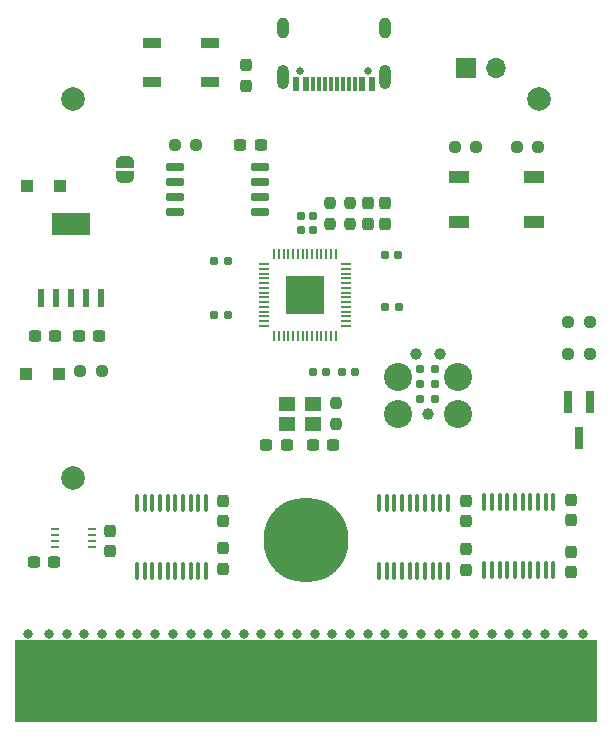
<source format=gts>
G04 #@! TF.GenerationSoftware,KiCad,Pcbnew,(7.0.0)*
G04 #@! TF.CreationDate,2023-11-11T15:55:20+01:00*
G04 #@! TF.ProjectId,GameboyCartridgeV1.1,47616d65-626f-4794-9361-727472696467,rev?*
G04 #@! TF.SameCoordinates,Original*
G04 #@! TF.FileFunction,Soldermask,Top*
G04 #@! TF.FilePolarity,Negative*
%FSLAX46Y46*%
G04 Gerber Fmt 4.6, Leading zero omitted, Abs format (unit mm)*
G04 Created by KiCad (PCBNEW (7.0.0)) date 2023-11-11 15:55:20*
%MOMM*%
%LPD*%
G01*
G04 APERTURE LIST*
G04 Aperture macros list*
%AMRoundRect*
0 Rectangle with rounded corners*
0 $1 Rounding radius*
0 $2 $3 $4 $5 $6 $7 $8 $9 X,Y pos of 4 corners*
0 Add a 4 corners polygon primitive as box body*
4,1,4,$2,$3,$4,$5,$6,$7,$8,$9,$2,$3,0*
0 Add four circle primitives for the rounded corners*
1,1,$1+$1,$2,$3*
1,1,$1+$1,$4,$5*
1,1,$1+$1,$6,$7*
1,1,$1+$1,$8,$9*
0 Add four rect primitives between the rounded corners*
20,1,$1+$1,$2,$3,$4,$5,0*
20,1,$1+$1,$4,$5,$6,$7,0*
20,1,$1+$1,$6,$7,$8,$9,0*
20,1,$1+$1,$8,$9,$2,$3,0*%
%AMFreePoly0*
4,1,19,0.500000,-0.750000,0.000000,-0.750000,0.000000,-0.744911,-0.071157,-0.744911,-0.207708,-0.704816,-0.327430,-0.627875,-0.420627,-0.520320,-0.479746,-0.390866,-0.500000,-0.250000,-0.500000,0.250000,-0.479746,0.390866,-0.420627,0.520320,-0.327430,0.627875,-0.207708,0.704816,-0.071157,0.744911,0.000000,0.744911,0.000000,0.750000,0.500000,0.750000,0.500000,-0.750000,0.500000,-0.750000,
$1*%
%AMFreePoly1*
4,1,19,0.000000,0.744911,0.071157,0.744911,0.207708,0.704816,0.327430,0.627875,0.420627,0.520320,0.479746,0.390866,0.500000,0.250000,0.500000,-0.250000,0.479746,-0.390866,0.420627,-0.520320,0.327430,-0.627875,0.207708,-0.704816,0.071157,-0.744911,0.000000,-0.744911,0.000000,-0.750000,-0.500000,-0.750000,-0.500000,0.750000,0.000000,0.750000,0.000000,0.744911,0.000000,0.744911,
$1*%
G04 Aperture macros list end*
%ADD10C,0.650000*%
%ADD11R,0.600000X1.150000*%
%ADD12R,0.300000X1.150000*%
%ADD13O,1.000000X2.100000*%
%ADD14O,1.000000X1.800000*%
%ADD15RoundRect,0.155000X-0.212500X-0.155000X0.212500X-0.155000X0.212500X0.155000X-0.212500X0.155000X0*%
%ADD16RoundRect,0.237500X-0.237500X0.300000X-0.237500X-0.300000X0.237500X-0.300000X0.237500X0.300000X0*%
%ADD17RoundRect,0.237500X0.237500X-0.250000X0.237500X0.250000X-0.237500X0.250000X-0.237500X-0.250000X0*%
%ADD18RoundRect,0.237500X-0.237500X0.250000X-0.237500X-0.250000X0.237500X-0.250000X0.237500X0.250000X0*%
%ADD19RoundRect,0.155000X-0.155000X0.212500X-0.155000X-0.212500X0.155000X-0.212500X0.155000X0.212500X0*%
%ADD20RoundRect,0.155000X0.212500X0.155000X-0.212500X0.155000X-0.212500X-0.155000X0.212500X-0.155000X0*%
%ADD21C,0.800000*%
%ADD22R,1.700000X1.000000*%
%ADD23RoundRect,0.237500X0.250000X0.237500X-0.250000X0.237500X-0.250000X-0.237500X0.250000X-0.237500X0*%
%ADD24R,0.609600X1.625600*%
%ADD25R,3.175000X1.854200*%
%ADD26RoundRect,0.237500X-0.300000X-0.237500X0.300000X-0.237500X0.300000X0.237500X-0.300000X0.237500X0*%
%ADD27C,2.374900*%
%ADD28C,0.990600*%
%ADD29C,0.787400*%
%ADD30C,2.000000*%
%ADD31RoundRect,0.237500X0.237500X-0.300000X0.237500X0.300000X-0.237500X0.300000X-0.237500X-0.300000X0*%
%ADD32C,7.200000*%
%ADD33RoundRect,0.050000X-0.387500X-0.050000X0.387500X-0.050000X0.387500X0.050000X-0.387500X0.050000X0*%
%ADD34RoundRect,0.050000X-0.050000X-0.387500X0.050000X-0.387500X0.050000X0.387500X-0.050000X0.387500X0*%
%ADD35R,3.200000X3.200000*%
%ADD36R,1.700000X1.700000*%
%ADD37O,1.700000X1.700000*%
%ADD38R,1.400000X1.200000*%
%ADD39RoundRect,0.237500X0.300000X0.237500X-0.300000X0.237500X-0.300000X-0.237500X0.300000X-0.237500X0*%
%ADD40RoundRect,0.237500X-0.250000X-0.237500X0.250000X-0.237500X0.250000X0.237500X-0.250000X0.237500X0*%
%ADD41R,1.500000X0.900000*%
%ADD42RoundRect,0.100000X-0.100000X0.637500X-0.100000X-0.637500X0.100000X-0.637500X0.100000X0.637500X0*%
%ADD43FreePoly0,90.000000*%
%ADD44FreePoly1,90.000000*%
%ADD45RoundRect,0.150000X-0.650000X-0.150000X0.650000X-0.150000X0.650000X0.150000X-0.650000X0.150000X0*%
%ADD46RoundRect,0.250000X-0.300000X-0.300000X0.300000X-0.300000X0.300000X0.300000X-0.300000X0.300000X0*%
%ADD47R,0.800000X1.900000*%
%ADD48RoundRect,0.250000X0.300000X0.300000X-0.300000X0.300000X-0.300000X-0.300000X0.300000X-0.300000X0*%
%ADD49R,0.750000X0.250000*%
G04 APERTURE END LIST*
G36*
X136416962Y-116783715D02*
G01*
X87116962Y-116783715D01*
X87116962Y-109783715D01*
X136416962Y-109783715D01*
X136416962Y-116783715D01*
G37*
D10*
X117050000Y-61665000D03*
X111270000Y-61665000D03*
D11*
X117359999Y-62739999D03*
X116559999Y-62739999D03*
D12*
X115409999Y-62739999D03*
X114409999Y-62739999D03*
X113909999Y-62739999D03*
X112909999Y-62739999D03*
D11*
X111759999Y-62739999D03*
X110959999Y-62739999D03*
X110959999Y-62739999D03*
X111759999Y-62739999D03*
D12*
X112409999Y-62739999D03*
X113409999Y-62739999D03*
X114909999Y-62739999D03*
X115909999Y-62739999D03*
D11*
X116559999Y-62739999D03*
X117359999Y-62739999D03*
D13*
X118479999Y-62164999D03*
D14*
X118479999Y-57984999D03*
D13*
X109839999Y-62164999D03*
D14*
X109839999Y-57984999D03*
D15*
X104032500Y-82300000D03*
X105167500Y-82300000D03*
D16*
X134200000Y-97937500D03*
X134200000Y-99662500D03*
D17*
X115500000Y-74612500D03*
X115500000Y-72787500D03*
D18*
X114300000Y-89737500D03*
X114300000Y-91562500D03*
D19*
X111400000Y-73932500D03*
X111400000Y-75067500D03*
X112400000Y-73932500D03*
X112400000Y-75067500D03*
D20*
X115967500Y-87100000D03*
X114832500Y-87100000D03*
D21*
X88266962Y-109283715D03*
X90016962Y-109283715D03*
X91516962Y-109283715D03*
X93016962Y-109283715D03*
X94516962Y-109283715D03*
X96016962Y-109283715D03*
X97516962Y-109283715D03*
X99016962Y-109283715D03*
X100516962Y-109283715D03*
X102016962Y-109283715D03*
X103516962Y-109283715D03*
X105016962Y-109283715D03*
X106516962Y-109283715D03*
X108016962Y-109283715D03*
X109516962Y-109283715D03*
X111016962Y-109283715D03*
X112516962Y-109283715D03*
X114016962Y-109283715D03*
X115516962Y-109283715D03*
X117016962Y-109283715D03*
X118516962Y-109283715D03*
X120016962Y-109283715D03*
X121516962Y-109283715D03*
X123016962Y-109283715D03*
X124516962Y-109283715D03*
X126016962Y-109283715D03*
X127516962Y-109283715D03*
X129016962Y-109283715D03*
X130516962Y-109283715D03*
X132016962Y-109283715D03*
X133516962Y-109283715D03*
X135266962Y-109283715D03*
D20*
X119627500Y-81600000D03*
X118492500Y-81600000D03*
D22*
X124759999Y-70649999D03*
X131059999Y-70649999D03*
X124759999Y-74449999D03*
X131059999Y-74449999D03*
D23*
X135812500Y-85600000D03*
X133987500Y-85600000D03*
D24*
X89359999Y-80873799D03*
X90629999Y-80873799D03*
X91899999Y-80873799D03*
X93169999Y-80873799D03*
X94439999Y-80873799D03*
D25*
X91899999Y-74599999D03*
D26*
X108437500Y-93300000D03*
X110162500Y-93300000D03*
D16*
X104800000Y-98037500D03*
X104800000Y-99762500D03*
D27*
X119560000Y-90690000D03*
D28*
X122100000Y-90690000D03*
D27*
X124640000Y-90690000D03*
X119560000Y-87515000D03*
X124640000Y-87515000D03*
D28*
X121084000Y-85610000D03*
X123116000Y-85610000D03*
D29*
X122735000Y-89420000D03*
X121465000Y-89420000D03*
X122735000Y-88150000D03*
X121465000Y-88150000D03*
X122735000Y-86880000D03*
X121465000Y-86880000D03*
D30*
X92100000Y-96100000D03*
D26*
X112387500Y-93300000D03*
X114112500Y-93300000D03*
D31*
X134200000Y-104062500D03*
X134200000Y-102337500D03*
X95200000Y-102312500D03*
X95200000Y-100587500D03*
X104800000Y-103762500D03*
X104800000Y-102037500D03*
D32*
X111770000Y-101359673D03*
D33*
X108262500Y-78000000D03*
X108262500Y-78400000D03*
X108262500Y-78800000D03*
X108262500Y-79200000D03*
X108262500Y-79600000D03*
X108262500Y-80000000D03*
X108262500Y-80400000D03*
X108262500Y-80800000D03*
X108262500Y-81200000D03*
X108262500Y-81600000D03*
X108262500Y-82000000D03*
X108262500Y-82400000D03*
X108262500Y-82800000D03*
X108262500Y-83200000D03*
D34*
X109100000Y-84037500D03*
X109500000Y-84037500D03*
X109900000Y-84037500D03*
X110300000Y-84037500D03*
X110700000Y-84037500D03*
X111100000Y-84037500D03*
X111500000Y-84037500D03*
X111900000Y-84037500D03*
X112300000Y-84037500D03*
X112700000Y-84037500D03*
X113100000Y-84037500D03*
X113500000Y-84037500D03*
X113900000Y-84037500D03*
X114300000Y-84037500D03*
D33*
X115137500Y-83200000D03*
X115137500Y-82800000D03*
X115137500Y-82400000D03*
X115137500Y-82000000D03*
X115137500Y-81600000D03*
X115137500Y-81200000D03*
X115137500Y-80800000D03*
X115137500Y-80400000D03*
X115137500Y-80000000D03*
X115137500Y-79600000D03*
X115137500Y-79200000D03*
X115137500Y-78800000D03*
X115137500Y-78400000D03*
X115137500Y-78000000D03*
D34*
X114300000Y-77162500D03*
X113900000Y-77162500D03*
X113500000Y-77162500D03*
X113100000Y-77162500D03*
X112700000Y-77162500D03*
X112300000Y-77162500D03*
X111900000Y-77162500D03*
X111500000Y-77162500D03*
X111100000Y-77162500D03*
X110700000Y-77162500D03*
X110300000Y-77162500D03*
X109900000Y-77162500D03*
X109500000Y-77162500D03*
X109100000Y-77162500D03*
D35*
X111699999Y-80599999D03*
D15*
X104032500Y-77700000D03*
X105167500Y-77700000D03*
D30*
X92100000Y-64000000D03*
D36*
X125344999Y-61374999D03*
D37*
X127884999Y-61374999D03*
D38*
X112399999Y-89799999D03*
X110199999Y-89799999D03*
X110199999Y-91499999D03*
X112399999Y-91499999D03*
D39*
X90462500Y-103200000D03*
X88737500Y-103200000D03*
D20*
X113517500Y-87100000D03*
X112382500Y-87100000D03*
D23*
X135812500Y-82900000D03*
X133987500Y-82900000D03*
D40*
X124387500Y-68100000D03*
X126212500Y-68100000D03*
D41*
X103649999Y-62549999D03*
X103649999Y-59249999D03*
X98749999Y-59249999D03*
X98749999Y-62549999D03*
D31*
X125300000Y-103862500D03*
X125300000Y-102137500D03*
D20*
X119617500Y-77200000D03*
X118482500Y-77200000D03*
D42*
X123825000Y-98237500D03*
X123175000Y-98237500D03*
X122525000Y-98237500D03*
X121875000Y-98237500D03*
X121225000Y-98237500D03*
X120575000Y-98237500D03*
X119925000Y-98237500D03*
X119275000Y-98237500D03*
X118625000Y-98237500D03*
X117975000Y-98237500D03*
X117975000Y-103962500D03*
X118625000Y-103962500D03*
X119275000Y-103962500D03*
X119925000Y-103962500D03*
X120575000Y-103962500D03*
X121225000Y-103962500D03*
X121875000Y-103962500D03*
X122525000Y-103962500D03*
X123175000Y-103962500D03*
X123825000Y-103962500D03*
D43*
X96500000Y-70650000D03*
D44*
X96500000Y-69350000D03*
D23*
X94512500Y-87000000D03*
X92687500Y-87000000D03*
D16*
X106700000Y-61137500D03*
X106700000Y-62862500D03*
D17*
X113800000Y-74612500D03*
X113800000Y-72787500D03*
D26*
X106237500Y-67900000D03*
X107962500Y-67900000D03*
D30*
X131500000Y-64000000D03*
D26*
X92537500Y-84100000D03*
X94262500Y-84100000D03*
D16*
X125300000Y-98037500D03*
X125300000Y-99762500D03*
D45*
X100700000Y-69795000D03*
X100700000Y-71065000D03*
X100700000Y-72335000D03*
X100700000Y-73605000D03*
X107900000Y-73605000D03*
X107900000Y-72335000D03*
X107900000Y-71065000D03*
X107900000Y-69795000D03*
D40*
X129627500Y-68100000D03*
X131452500Y-68100000D03*
D42*
X103325000Y-98237500D03*
X102675000Y-98237500D03*
X102025000Y-98237500D03*
X101375000Y-98237500D03*
X100725000Y-98237500D03*
X100075000Y-98237500D03*
X99425000Y-98237500D03*
X98775000Y-98237500D03*
X98125000Y-98237500D03*
X97475000Y-98237500D03*
X97475000Y-103962500D03*
X98125000Y-103962500D03*
X98775000Y-103962500D03*
X99425000Y-103962500D03*
X100075000Y-103962500D03*
X100725000Y-103962500D03*
X101375000Y-103962500D03*
X102025000Y-103962500D03*
X102675000Y-103962500D03*
X103325000Y-103962500D03*
X132725000Y-98137500D03*
X132075000Y-98137500D03*
X131425000Y-98137500D03*
X130775000Y-98137500D03*
X130125000Y-98137500D03*
X129475000Y-98137500D03*
X128825000Y-98137500D03*
X128175000Y-98137500D03*
X127525000Y-98137500D03*
X126875000Y-98137500D03*
X126875000Y-103862500D03*
X127525000Y-103862500D03*
X128175000Y-103862500D03*
X128825000Y-103862500D03*
X129475000Y-103862500D03*
X130125000Y-103862500D03*
X130775000Y-103862500D03*
X131425000Y-103862500D03*
X132075000Y-103862500D03*
X132725000Y-103862500D03*
D46*
X88200000Y-71400000D03*
X91000000Y-71400000D03*
D26*
X88837500Y-84100000D03*
X90562500Y-84100000D03*
D47*
X135849999Y-89699999D03*
X133949999Y-89699999D03*
X134899999Y-92699999D03*
D48*
X90900000Y-87300000D03*
X88100000Y-87300000D03*
D40*
X100687500Y-67900000D03*
X102512500Y-67900000D03*
D49*
X93649999Y-101899999D03*
X93649999Y-101399999D03*
X93649999Y-100899999D03*
X93649999Y-100399999D03*
X90549999Y-100399999D03*
X90549999Y-100899999D03*
X90549999Y-101399999D03*
X90549999Y-101899999D03*
D16*
X118500000Y-72837500D03*
X118500000Y-74562500D03*
X117000000Y-72837500D03*
X117000000Y-74562500D03*
M02*

</source>
